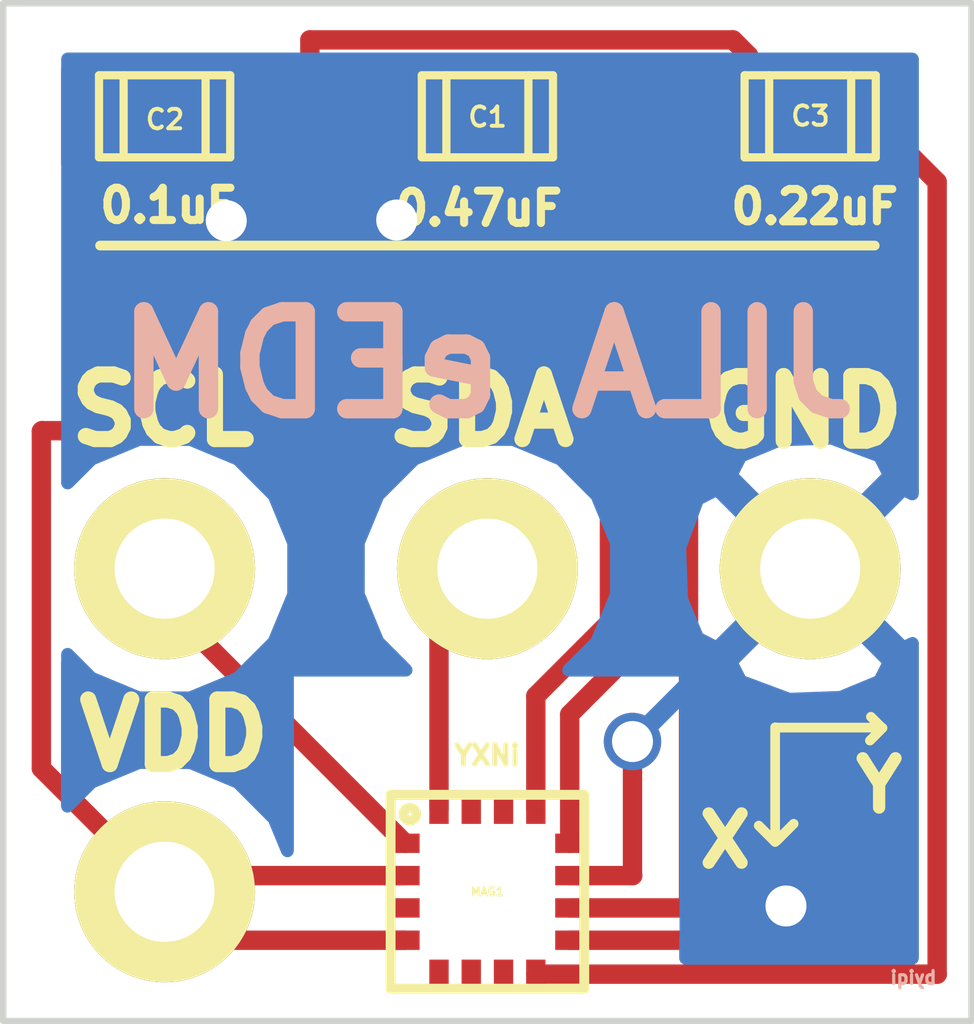
<source format=kicad_pcb>
(kicad_pcb (version 3) (host pcbnew "(2013-07-07 BZR 4022)-stable")

  (general
    (links 13)
    (no_connects 0)
    (area 192.555399 136.32906 207.444601 152.075001)
    (thickness 1.6)
    (drawings 24)
    (tracks 54)
    (zones 0)
    (modules 5)
    (nets 8)
  )

  (page A3)
  (layers
    (15 F.Cu signal)
    (0 B.Cu signal)
    (16 B.Adhes user hide)
    (17 F.Adhes user hide)
    (18 B.Paste user hide)
    (19 F.Paste user hide)
    (20 B.SilkS user)
    (21 F.SilkS user)
    (22 B.Mask user)
    (23 F.Mask user)
    (24 Dwgs.User user hide)
    (25 Cmts.User user hide)
    (26 Eco1.User user hide)
    (27 Eco2.User user hide)
    (28 Edge.Cuts user)
  )

  (setup
    (last_trace_width 0.3)
    (trace_clearance 0.1524)
    (zone_clearance 0.5)
    (zone_45_only yes)
    (trace_min 0.3)
    (segment_width 0.1)
    (edge_width 0.1)
    (via_size 0.889)
    (via_drill 0.635)
    (via_min_size 0.019685)
    (via_min_drill 0.2)
    (uvia_size 0.508)
    (uvia_drill 0.127)
    (uvias_allowed no)
    (uvia_min_size 0.011811)
    (uvia_min_drill 0.1)
    (pcb_text_width 0.3)
    (pcb_text_size 1.5 1.5)
    (mod_edge_width 0.15)
    (mod_text_size 1 1)
    (mod_text_width 0.15)
    (pad_size 2.8 2.8)
    (pad_drill 1.55)
    (pad_to_mask_clearance 0)
    (aux_axis_origin 200 150)
    (visible_elements 7FFFFFFF)
    (pcbplotparams
      (layerselection 284196865)
      (usegerberextensions true)
      (excludeedgelayer true)
      (linewidth 0.150000)
      (plotframeref false)
      (viasonmask false)
      (mode 1)
      (useauxorigin false)
      (hpglpennumber 1)
      (hpglpenspeed 20)
      (hpglpendiameter 15)
      (hpglpenoverlay 2)
      (psnegative false)
      (psa4output false)
      (plotreference true)
      (plotvalue false)
      (plotothertext false)
      (plotinvisibletext false)
      (padsonsilk false)
      (subtractmaskfromsilk false)
      (outputformat 1)
      (mirror false)
      (drillshape 0)
      (scaleselection 1)
      (outputdirectory Gerber_Advanced_Circuit/))
  )

  (net 0 "")
  (net 1 GND)
  (net 2 N-000001)
  (net 3 N-000003)
  (net 4 N-000004)
  (net 5 SCL)
  (net 6 SDA)
  (net 7 VDD)

  (net_class Default "This is the default net class."
    (clearance 0.1524)
    (trace_width 0.3)
    (via_dia 0.889)
    (via_drill 0.635)
    (uvia_dia 0.508)
    (uvia_drill 0.127)
    (add_net "")
    (add_net GND)
    (add_net N-000001)
    (add_net N-000003)
    (add_net N-000004)
    (add_net SCL)
    (add_net SDA)
    (add_net VDD)
  )

  (net_class ground_plane ""
    (clearance 0.5)
    (trace_width 0.3)
    (via_dia 0.889)
    (via_drill 0.635)
    (uvia_dia 0.508)
    (uvia_drill 0.127)
  )

  (net_class thin_traces ""
    (clearance 0.1)
    (trace_width 0.3)
    (via_dia 0.5)
    (via_drill 0.2)
    (uvia_dia 0.3)
    (uvia_drill 0.1)
  )

  (module bolt_conn_single_supply (layer F.Cu) (tedit 55C3D78E) (tstamp 55C3B8C5)
    (at 200 150)
    (path /55A013CB)
    (fp_text reference "" (at 0 -12) (layer F.SilkS) hide
      (effects (font (size 1 1) (thickness 0.15)))
    )
    (fp_text value "" (at 0 -10) (layer F.SilkS) hide
      (effects (font (size 1 1) (thickness 0.15)))
    )
    (fp_line (start -6 -10) (end 6 -10) (layer F.SilkS) (width 0.15))
    (fp_line (start -1.5 -1.5) (end 1.5 -1.5) (layer F.SilkS) (width 0.15))
    (fp_line (start 1.5 -1.5) (end 1.5 1.5) (layer F.SilkS) (width 0.15))
    (fp_line (start 1.5 1.5) (end -1.5 1.5) (layer F.SilkS) (width 0.15))
    (fp_line (start -1.5 1.5) (end -1.5 -1.5) (layer F.SilkS) (width 0.15))
    (fp_line (start -1.5 -1.5) (end -1.5 -1) (layer F.SilkS) (width 0.15))
    (pad 4 thru_hole circle (at 0 -5) (size 2.8 2.8) (drill 1.55)
      (layers *.Cu F.SilkS F.Mask)
      (net 6 SDA)
    )
    (pad 2 thru_hole circle (at 5 -5) (size 2.8 2.8) (drill 1.55)
      (layers *.Cu F.SilkS F.Mask)
      (net 1 GND)
    )
    (pad 3 thru_hole circle (at -5 -5) (size 2.8 2.8) (drill 1.55)
      (layers *.Cu F.SilkS F.Mask)
      (net 5 SCL)
    )
    (pad 1 thru_hole circle (at -5 0) (size 2.8 2.8) (drill 1.55)
      (layers *.Cu F.SilkS F.Mask)
      (net 7 VDD)
    )
  )

  (module HMC5883 (layer F.Cu) (tedit 55C3D74D) (tstamp 55A027D4)
    (at 200 150)
    (path /55A010BA)
    (attr smd)
    (fp_text reference MAG1 (at -0.0004 -0.0003) (layer F.SilkS)
      (effects (font (size 0.127 0.127) (thickness 0.03175)))
    )
    (fp_text value "" (at 0 -2.5) (layer F.SilkS) hide
      (effects (font (size 1 1) (thickness 0.15)))
    )
    (fp_circle (center -1.2 -1.2) (end -1.1 -1.2) (layer F.SilkS) (width 0.15))
    (fp_line (start -1.5 0) (end -1.5 -0.5) (layer F.SilkS) (width 0.15))
    (fp_line (start -1.5 0) (end -1.5 -1.5) (layer F.SilkS) (width 0.15))
    (fp_line (start -1.5 -1.5) (end 1.5 -1.5) (layer F.SilkS) (width 0.15))
    (fp_line (start 1.5 -1.5) (end 1.5 0) (layer F.SilkS) (width 0.15))
    (fp_line (start 1.5 0) (end 1.5 1.5) (layer F.SilkS) (width 0.15))
    (fp_line (start 1.5 1.5) (end -1.5 1.5) (layer F.SilkS) (width 0.15))
    (fp_line (start -1.5 1.5) (end -1.5 0) (layer F.SilkS) (width 0.15))
    (pad 1 smd rect (at -1.275 -0.75) (size 0.45 0.3)
      (layers F.Cu F.Paste F.Mask)
      (net 5 SCL)
      (clearance 0.05)
      (zone_connect 1)
    )
    (pad 2 smd rect (at -1.275 -0.25) (size 0.45 0.3)
      (layers F.Cu F.Paste F.Mask)
      (net 7 VDD)
      (clearance 0.05)
    )
    (pad 3 smd rect (at -1.275 0.25) (size 0.45 0.3)
      (layers F.Cu F.Paste F.Mask)
      (clearance 0.05)
    )
    (pad 4 smd rect (at -1.275 0.75) (size 0.45 0.3)
      (layers F.Cu F.Paste F.Mask)
      (net 7 VDD)
      (clearance 0.05)
    )
    (pad 5 smd rect (at -0.75 1.275 90) (size 0.45 0.3)
      (layers F.Cu F.Paste F.Mask)
      (clearance 0.05)
    )
    (pad 6 smd rect (at -0.25 1.275 90) (size 0.45 0.3)
      (layers F.Cu F.Paste F.Mask)
      (clearance 0.05)
    )
    (pad 7 smd rect (at 0.25 1.275 90) (size 0.45 0.3)
      (layers F.Cu F.Paste F.Mask)
      (clearance 0.05)
    )
    (pad 8 smd rect (at 0.75 1.275 90) (size 0.45 0.3)
      (layers F.Cu F.Paste F.Mask)
      (net 4 N-000004)
      (clearance 0.05)
    )
    (pad 9 smd rect (at 1.275 0.75) (size 0.45 0.3)
      (layers F.Cu F.Paste F.Mask)
      (net 1 GND)
      (clearance 0.05)
    )
    (pad 10 smd rect (at 1.275 0.25) (size 0.45 0.3)
      (layers F.Cu F.Paste F.Mask)
      (net 2 N-000001)
      (clearance 0.05)
    )
    (pad 11 smd rect (at 1.275 -0.25) (size 0.45 0.3)
      (layers F.Cu F.Paste F.Mask)
      (net 1 GND)
      (clearance 0.05)
    )
    (pad 12 smd rect (at 1.275 -0.75) (size 0.45 0.3)
      (layers F.Cu F.Paste F.Mask)
      (net 3 N-000003)
      (clearance 0.05)
    )
    (pad 13 smd rect (at 0.75 -1.275 90) (size 0.45 0.3)
      (layers F.Cu F.Paste F.Mask)
      (net 7 VDD)
      (clearance 0.05)
    )
    (pad 14 smd rect (at 0.25 -1.275 90) (size 0.45 0.3)
      (layers F.Cu F.Paste F.Mask)
      (clearance 0.05)
    )
    (pad 15 smd rect (at -0.25 -1.275 90) (size 0.45 0.3)
      (layers F.Cu F.Paste F.Mask)
      (clearance 0.05)
    )
    (pad 16 smd rect (at -0.75 -1.275 90) (size 0.45 0.3)
      (layers F.Cu F.Paste F.Mask)
      (net 6 SDA)
      (clearance 0.05)
    )
  )

  (module c_0805 (layer F.Cu) (tedit 55C3D75C) (tstamp 55A6E96B)
    (at 195 138 180)
    (descr "SMT capacitor, 0805")
    (path /55A01563)
    (attr smd)
    (fp_text reference C2 (at -0.00596 -0.049 180) (layer F.SilkS)
      (effects (font (size 0.29972 0.29972) (thickness 0.06096)))
    )
    (fp_text value "" (at 0 0.9906 180) (layer F.SilkS) hide
      (effects (font (size 0.29972 0.29972) (thickness 0.06096)))
    )
    (fp_line (start 0.635 -0.635) (end 0.635 0.635) (layer F.SilkS) (width 0.127))
    (fp_line (start -0.635 -0.635) (end -0.635 0.6096) (layer F.SilkS) (width 0.127))
    (fp_line (start -1.016 -0.635) (end 1.016 -0.635) (layer F.SilkS) (width 0.127))
    (fp_line (start 1.016 -0.635) (end 1.016 0.635) (layer F.SilkS) (width 0.127))
    (fp_line (start 1.016 0.635) (end -1.016 0.635) (layer F.SilkS) (width 0.127))
    (fp_line (start -1.016 0.635) (end -1.016 -0.635) (layer F.SilkS) (width 0.127))
    (pad 1 smd rect (at 0.9525 0 180) (size 1.30048 1.4986)
      (layers F.Cu F.Paste F.Mask)
      (net 7 VDD)
    )
    (pad 2 smd rect (at -0.9525 0 180) (size 1.30048 1.4986)
      (layers F.Cu F.Paste F.Mask)
      (net 1 GND)
    )
    (model smd/capacitors/c_0805.wrl
      (at (xyz 0 0 0))
      (scale (xyz 1 1 1))
      (rotate (xyz 0 0 0))
    )
  )

  (module c_0805 (layer F.Cu) (tedit 55C3D755) (tstamp 55A027F8)
    (at 205 138)
    (descr "SMT capacitor, 0805")
    (path /55A0232E)
    (attr smd)
    (fp_text reference C3 (at 0.0034 -0.00434) (layer F.SilkS)
      (effects (font (size 0.29972 0.29972) (thickness 0.06096)))
    )
    (fp_text value "" (at 0 0.9906) (layer F.SilkS) hide
      (effects (font (size 0.29972 0.29972) (thickness 0.06096)))
    )
    (fp_line (start 0.635 -0.635) (end 0.635 0.635) (layer F.SilkS) (width 0.127))
    (fp_line (start -0.635 -0.635) (end -0.635 0.6096) (layer F.SilkS) (width 0.127))
    (fp_line (start -1.016 -0.635) (end 1.016 -0.635) (layer F.SilkS) (width 0.127))
    (fp_line (start 1.016 -0.635) (end 1.016 0.635) (layer F.SilkS) (width 0.127))
    (fp_line (start 1.016 0.635) (end -1.016 0.635) (layer F.SilkS) (width 0.127))
    (fp_line (start -1.016 0.635) (end -1.016 -0.635) (layer F.SilkS) (width 0.127))
    (pad 1 smd rect (at 0.9525 0) (size 1.30048 1.4986)
      (layers F.Cu F.Paste F.Mask)
      (net 4 N-000004)
    )
    (pad 2 smd rect (at -0.9525 0) (size 1.30048 1.4986)
      (layers F.Cu F.Paste F.Mask)
      (net 3 N-000003)
    )
    (model smd/capacitors/c_0805.wrl
      (at (xyz 0 0 0))
      (scale (xyz 1 1 1))
      (rotate (xyz 0 0 0))
    )
  )

  (module c_0805 (layer F.Cu) (tedit 55C3D766) (tstamp 55C27ECF)
    (at 200 138)
    (descr "SMT capacitor, 0805")
    (path /55A015BE)
    (attr smd)
    (fp_text reference C1 (at 0.00214 0.0109) (layer F.SilkS)
      (effects (font (size 0.29972 0.29972) (thickness 0.06096)))
    )
    (fp_text value "" (at 0 0.9906) (layer F.SilkS) hide
      (effects (font (size 0.29972 0.29972) (thickness 0.06096)))
    )
    (fp_line (start 0.635 -0.635) (end 0.635 0.635) (layer F.SilkS) (width 0.127))
    (fp_line (start -0.635 -0.635) (end -0.635 0.6096) (layer F.SilkS) (width 0.127))
    (fp_line (start -1.016 -0.635) (end 1.016 -0.635) (layer F.SilkS) (width 0.127))
    (fp_line (start 1.016 -0.635) (end 1.016 0.635) (layer F.SilkS) (width 0.127))
    (fp_line (start 1.016 0.635) (end -1.016 0.635) (layer F.SilkS) (width 0.127))
    (fp_line (start -1.016 0.635) (end -1.016 -0.635) (layer F.SilkS) (width 0.127))
    (pad 1 smd rect (at 0.9525 0) (size 1.30048 1.4986)
      (layers F.Cu F.Paste F.Mask)
      (net 2 N-000001)
    )
    (pad 2 smd rect (at -0.9525 0) (size 1.30048 1.4986)
      (layers F.Cu F.Paste F.Mask)
      (net 1 GND)
    )
    (model smd/capacitors/c_0805.wrl
      (at (xyz 0 0 0))
      (scale (xyz 1 1 1))
      (rotate (xyz 0 0 0))
    )
  )

  (gr_line (start 192.5 136.25) (end 192.75 136.25) (angle 90) (layer Edge.Cuts) (width 0.1))
  (gr_line (start 192.5 152) (end 192.5 136.25) (angle 90) (layer Edge.Cuts) (width 0.1))
  (gr_line (start 207.5 152) (end 192.5 152) (angle 90) (layer Edge.Cuts) (width 0.1))
  (gr_line (start 207.5 136.25) (end 207.5 152) (angle 90) (layer Edge.Cuts) (width 0.1))
  (gr_line (start 192.75 136.25) (end 207.5 136.25) (angle 90) (layer Edge.Cuts) (width 0.1))
  (gr_text byiqi (at 206.59852 151.32812) (layer B.SilkS)
    (effects (font (size 0.2 0.2) (thickness 0.05)) (justify mirror))
  )
  (gr_text "JILA eEDM" (at 200 141.8463) (layer B.SilkS)
    (effects (font (size 1.5 1.5) (thickness 0.3)) (justify mirror))
  )
  (gr_text Y (at 206.06766 148.35378) (layer F.SilkS)
    (effects (font (size 0.762 0.762) (thickness 0.1905)))
  )
  (gr_text X (at 203.6826 149.20722) (layer F.SilkS)
    (effects (font (size 0.762 0.762) (thickness 0.1905)))
  )
  (gr_line (start 204.48016 149.2123) (end 204.74432 148.94814) (angle 90) (layer F.SilkS) (width 0.15))
  (gr_line (start 204.2033 148.97608) (end 204.2033 148.96846) (angle 90) (layer F.SilkS) (width 0.1))
  (gr_line (start 204.45476 149.22754) (end 204.2033 148.97608) (angle 90) (layer F.SilkS) (width 0.15))
  (gr_line (start 204.4573 147.45462) (end 204.4573 149.23008) (angle 90) (layer F.SilkS) (width 0.15))
  (gr_line (start 206.121 147.46478) (end 205.92542 147.66036) (angle 90) (layer F.SilkS) (width 0.15))
  (gr_line (start 206.11084 147.46224) (end 205.94066 147.29206) (angle 90) (layer F.SilkS) (width 0.15))
  (gr_line (start 204.47254 147.4597) (end 206.10576 147.4597) (angle 90) (layer F.SilkS) (width 0.15))
  (gr_text "YXNi\n" (at 200 147.88896) (layer F.SilkS)
    (effects (font (size 0.3 0.3) (thickness 0.075)))
  )
  (gr_text 0.22uF (at 205.07 139.4) (layer F.SilkS)
    (effects (font (size 0.5 0.5) (thickness 0.125)))
  )
  (gr_text 0.47uF (at 199.865 139.425) (layer F.SilkS)
    (effects (font (size 0.5 0.5) (thickness 0.125)))
  )
  (gr_text 0.1uF (at 195.055 139.38) (layer F.SilkS)
    (effects (font (size 0.5 0.5) (thickness 0.125)))
  )
  (gr_text VDD (at 195.15 147.575) (layer F.SilkS)
    (effects (font (size 1 1) (thickness 0.25)))
  )
  (gr_text GND (at 204.875 142.57) (layer F.SilkS)
    (effects (font (size 1 1) (thickness 0.25)))
  )
  (gr_text SDA (at 199.9 142.545) (layer F.SilkS)
    (effects (font (size 1 1) (thickness 0.25)))
  )
  (gr_text SCL (at 194.97 142.545) (layer F.SilkS)
    (effects (font (size 1 1) (thickness 0.25)))
  )

  (segment (start 204.9231 145) (end 205 145) (width 0.3) (layer B.Cu) (net 1) (tstamp 55C3B634))
  (segment (start 202.2475 147.6756) (end 204.9231 145) (width 0.3) (layer B.Cu) (net 1) (tstamp 55C3B633))
  (via (at 202.2475 147.6756) (size 0.889) (layers F.Cu B.Cu) (net 1))
  (segment (start 202.2475 149.74668) (end 202.2475 147.6756) (width 0.3) (layer F.Cu) (net 1) (tstamp 55C3B61A))
  (segment (start 202.25082 149.75) (end 202.2475 149.74668) (width 0.3) (layer F.Cu) (net 1) (tstamp 55C3B60D))
  (segment (start 201.275 149.75) (end 202.25082 149.75) (width 0.3) (layer F.Cu) (net 1))
  (segment (start 198.603 137.39) (end 198.603 139.597) (width 0.3) (layer F.Cu) (net 1))
  (via (at 198.595 139.605) (size 0.889) (layers F.Cu B.Cu) (net 1))
  (segment (start 198.603 139.597) (end 198.595 139.605) (width 0.3) (layer F.Cu) (net 1) (tstamp 55A6EE5E))
  (segment (start 195.9525 138) (end 195.9525 139.6125) (width 0.3) (layer F.Cu) (net 1))
  (via (at 195.955 139.615) (size 0.889) (layers F.Cu B.Cu) (net 1))
  (segment (start 195.9525 139.6125) (end 195.955 139.615) (width 0.3) (layer F.Cu) (net 1) (tstamp 55A6EE51))
  (segment (start 201.275 150.75) (end 204.095 150.75) (width 0.3) (layer F.Cu) (net 1))
  (segment (start 204.625 150.22) (end 204.615 150.23) (width 0.3) (layer B.Cu) (net 1) (tstamp 55A6ECA8))
  (via (at 204.625 150.22) (size 0.889) (layers F.Cu B.Cu) (net 1))
  (segment (start 204.095 150.75) (end 204.625 150.22) (width 0.3) (layer F.Cu) (net 1) (tstamp 55A6ECA0))
  (segment (start 200.9525 138) (end 200.9525 140.77736) (width 0.3) (layer F.Cu) (net 2))
  (segment (start 203.10718 150.25) (end 201.275 150.25) (width 0.3) (layer F.Cu) (net 2) (tstamp 55C3B4B6))
  (segment (start 203.11618 150.241) (end 203.10718 150.25) (width 0.3) (layer F.Cu) (net 2) (tstamp 55C3B4AD))
  (segment (start 203.11618 142.94104) (end 203.11618 150.241) (width 0.3) (layer F.Cu) (net 2) (tstamp 55C3B496))
  (segment (start 200.9525 140.77736) (end 203.11618 142.94104) (width 0.3) (layer F.Cu) (net 2) (tstamp 55C3B47B))
  (segment (start 197.25 136.8171) (end 203.80452 136.8171) (width 0.3) (layer F.Cu) (net 3))
  (segment (start 203.80452 136.8171) (end 204.0475 137.06008) (width 0.3) (layer F.Cu) (net 3) (tstamp 55C27FA2))
  (segment (start 201.275 149.25) (end 201.275 147.255) (width 0.3) (layer F.Cu) (net 3))
  (segment (start 204.0475 137.06008) (end 204.0475 138) (width 0.3) (layer F.Cu) (net 3) (tstamp 55C27FA6))
  (segment (start 197.25 140.795) (end 197.25 136.8171) (width 0.3) (layer F.Cu) (net 3) (tstamp 55A6EE0F))
  (segment (start 197.295 140.84) (end 197.25 140.795) (width 0.3) (layer F.Cu) (net 3) (tstamp 55A6EE08))
  (segment (start 200.265 140.84) (end 197.295 140.84) (width 0.3) (layer F.Cu) (net 3) (tstamp 55A6EDFC))
  (segment (start 202.545 143.12) (end 200.265 140.84) (width 0.3) (layer F.Cu) (net 3) (tstamp 55A6EDE3))
  (segment (start 202.545 145.985) (end 202.545 143.12) (width 0.3) (layer F.Cu) (net 3) (tstamp 55A6EDDD))
  (segment (start 201.275 147.255) (end 202.545 145.985) (width 0.3) (layer F.Cu) (net 3) (tstamp 55A6EDD4))
  (segment (start 200.75 151.275) (end 206.96914 151.275) (width 0.3) (layer F.Cu) (net 4))
  (segment (start 206.96682 139.01432) (end 205.9525 138) (width 0.3) (layer F.Cu) (net 4) (tstamp 55C3BC84))
  (segment (start 206.96682 151.27268) (end 206.96682 139.01432) (width 0.3) (layer F.Cu) (net 4) (tstamp 55C3BC82))
  (segment (start 206.96914 151.275) (end 206.96682 151.27268) (width 0.3) (layer F.Cu) (net 4) (tstamp 55C3BC76))
  (segment (start 195 145) (end 195 145.525) (width 0.3) (layer F.Cu) (net 5))
  (segment (start 195 145.525) (end 198.725 149.25) (width 0.3) (layer F.Cu) (net 5) (tstamp 55A6E92C))
  (segment (start 199.25 148.725) (end 199.25 145.75) (width 0.3) (layer F.Cu) (net 6))
  (segment (start 199.25 145.75) (end 200 145) (width 0.3) (layer F.Cu) (net 6) (tstamp 55A6E938))
  (segment (start 194.0475 142.86484) (end 193.09842 142.86484) (width 0.3) (layer F.Cu) (net 7))
  (segment (start 193.0908 148.0908) (end 195 150) (width 0.3) (layer F.Cu) (net 7) (tstamp 55C3B37F))
  (segment (start 193.0908 142.87246) (end 193.0908 148.0908) (width 0.3) (layer F.Cu) (net 7) (tstamp 55C3B359))
  (segment (start 193.09842 142.86484) (end 193.0908 142.87246) (width 0.3) (layer F.Cu) (net 7) (tstamp 55C3B353))
  (segment (start 194.0475 138) (end 194.0475 142.86484) (width 0.3) (layer F.Cu) (net 7))
  (segment (start 194.0475 142.86484) (end 194.0475 142.875) (width 0.3) (layer F.Cu) (net 7) (tstamp 55C3B351))
  (segment (start 200.75 148.725) (end 200.75 146.97) (width 0.3) (layer F.Cu) (net 7))
  (segment (start 201.5 142.875) (end 194.0475 142.875) (width 0.3) (layer F.Cu) (net 7) (tstamp 55A6EAB8))
  (segment (start 201.89 143.265) (end 201.5 142.875) (width 0.3) (layer F.Cu) (net 7) (tstamp 55A6EAB3))
  (segment (start 201.89 145.83) (end 201.89 143.265) (width 0.3) (layer F.Cu) (net 7) (tstamp 55A6EAAE))
  (segment (start 200.75 146.97) (end 201.89 145.83) (width 0.3) (layer F.Cu) (net 7) (tstamp 55A6EAA9))
  (segment (start 198.725 150.75) (end 195.75 150.75) (width 0.3) (layer F.Cu) (net 7))
  (segment (start 195.75 150.75) (end 195 150) (width 0.3) (layer F.Cu) (net 7) (tstamp 55A6E933))
  (segment (start 198.725 149.75) (end 195.25 149.75) (width 0.3) (layer F.Cu) (net 7))
  (segment (start 195.25 149.75) (end 195 150) (width 0.3) (layer F.Cu) (net 7) (tstamp 55A6E930))

  (zone (net 0) (net_name "") (layer B.Cu) (tstamp 55C3B723) (hatch edge 0.508)
    (connect_pads (clearance 0.5))
    (min_thickness 0.2)
    (keepout (tracks allowed) (vias allowed) (copperpour not_allowed))
    (fill (arc_segments 16) (thermal_gap 0.508) (thermal_bridge_width 0.508))
    (polygon
      (pts
        (xy 202.9714 149.30628) (xy 202.9714 151.62276) (xy 197.0024 151.62276) (xy 197.0024 146.66976) (xy 202.97648 146.66976)
        (xy 202.97648 149.34184)
      )
    )
  )
  (zone (net 1) (net_name GND) (layer B.Cu) (tstamp 55C28094) (hatch edge 0.508)
    (connect_pads (clearance 0.5))
    (min_thickness 0.2)
    (fill (arc_segments 16) (thermal_gap 0.508) (thermal_bridge_width 0.508))
    (polygon
      (pts
        (xy 192.84696 136.4742) (xy 207.13446 136.4742) (xy 207.13446 151.69642) (xy 192.84188 151.69642) (xy 192.84188 136.4742)
        (xy 192.8622 136.4742)
      )
    )
    (filled_polygon
      (pts
        (xy 206.58352 151.03) (xy 206.226881 151.03) (xy 206.226881 146.44467) (xy 205 145.217789) (xy 204.782211 145.435578)
        (xy 204.782211 145) (xy 203.55533 143.773119) (xy 203.257842 143.924603) (xy 202.97892 144.673158) (xy 203.007688 145.471471)
        (xy 203.257842 146.075397) (xy 203.55533 146.226881) (xy 204.782211 145) (xy 204.782211 145.435578) (xy 203.773119 146.44467)
        (xy 203.924603 146.742158) (xy 204.673158 147.02108) (xy 205.471471 146.992312) (xy 206.075397 146.742158) (xy 206.226881 146.44467)
        (xy 206.226881 151.03) (xy 203.0714 151.03) (xy 203.0714 150.713387) (xy 203.07648 150.748947) (xy 203.07648 146.56976)
        (xy 201.258396 146.56976) (xy 201.694529 146.134388) (xy 201.999652 145.39957) (xy 202.000346 144.603921) (xy 201.696506 143.868571)
        (xy 201.134388 143.305471) (xy 200.39957 143.000348) (xy 199.603921 142.999654) (xy 198.868571 143.303494) (xy 198.305471 143.865612)
        (xy 198.000348 144.60043) (xy 197.999654 145.396079) (xy 198.303494 146.131429) (xy 198.74106 146.56976) (xy 196.9024 146.56976)
        (xy 196.9024 149.366873) (xy 196.696506 148.868571) (xy 196.134388 148.305471) (xy 195.39957 148.000348) (xy 194.603921 147.999654)
        (xy 193.868571 148.303494) (xy 193.495 148.676413) (xy 193.495 146.451013) (xy 193.49696 146.44116) (xy 193.49696 146.325232)
        (xy 193.865612 146.694529) (xy 194.60043 146.999652) (xy 195.396079 147.000346) (xy 196.131429 146.696506) (xy 196.694529 146.134388)
        (xy 196.999652 145.39957) (xy 197.000346 144.603921) (xy 196.696506 143.868571) (xy 196.134388 143.305471) (xy 195.39957 143.000348)
        (xy 194.603921 142.999654) (xy 193.868571 143.303494) (xy 193.49696 143.674456) (xy 193.49696 137.11332) (xy 206.58352 137.11332)
        (xy 206.58352 143.843822) (xy 206.44467 143.773119) (xy 206.226881 143.990908) (xy 206.226881 143.55533) (xy 206.075397 143.257842)
        (xy 205.326842 142.97892) (xy 204.528529 143.007688) (xy 203.924603 143.257842) (xy 203.773119 143.55533) (xy 205 144.782211)
        (xy 206.226881 143.55533) (xy 206.226881 143.990908) (xy 205.217789 145) (xy 206.44467 146.226881) (xy 206.58352 146.156177)
        (xy 206.58352 151.03)
      )
    )
  )
)

</source>
